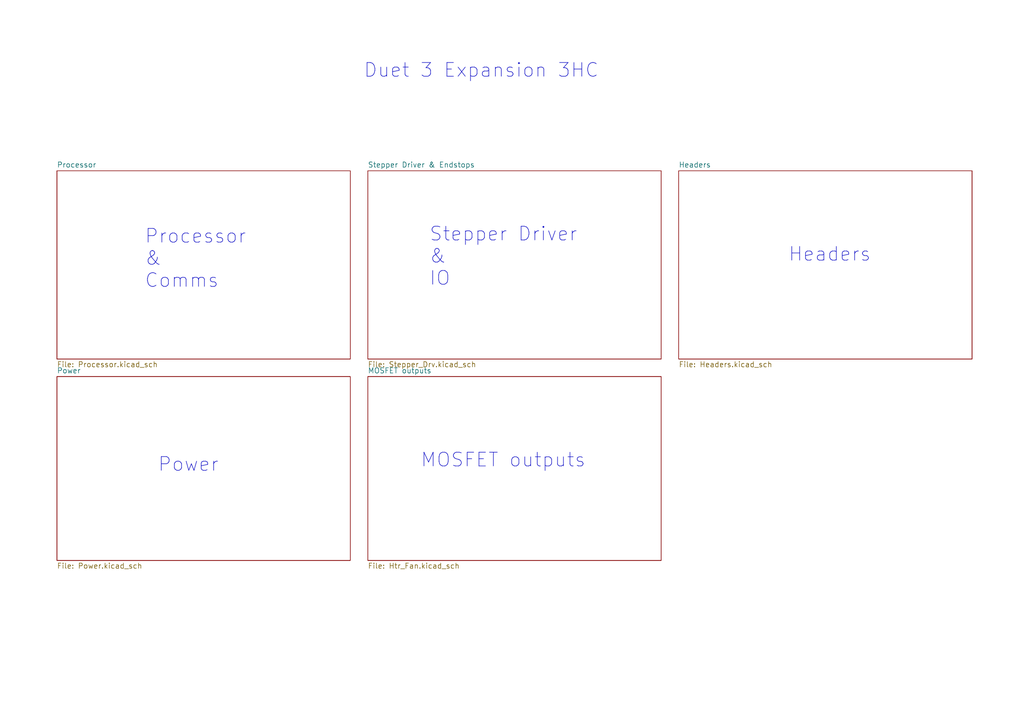
<source format=kicad_sch>
(kicad_sch (version 20211123) (generator eeschema)
  (paper "A4")
  (title_block (title "Duet 3 - Expansion 3HC") (date "2022-05-30") (rev "1.02") (company "Duet3D") (comment 1 "DUET 3 LICENSE") (comment 2 "www.duet3d.com"))
  (lib_symbols)
  (text "Headers" (at 228.6 76.2 0) (effects (font (size 3.9878 3.9878)) (justify left bottom)))
  (text "Duet 3 Expansion 3HC" (at 105.41 22.86 0) (effects (font (size 3.9878 3.9878)) (justify left bottom)))
  (text "Power" (at 45.72 137.16 0) (effects (font (size 3.9878 3.9878)) (justify left bottom)))
  (text "Processor\n&\nComms" (at 41.91 83.82 0) (effects (font (size 3.9878 3.9878)) (justify left bottom)))
  (text "MOSFET outputs" (at 121.92 135.89 0) (effects (font (size 3.9878 3.9878)) (justify left bottom)))
  (text "Stepper Driver\n&\nIO" (at 124.46 83.185 0) (effects (font (size 3.9878 3.9878)) (justify left bottom)))
  (sheet (at 16.51 49.53) (size 85.09 54.61)
    (property "Sheet name" "Processor" (at 16.51 48.6914 0) (effects (font (size 1.524 1.524)) (justify left bottom)))
    (property "Sheet file" "Processor.kicad_sch" (at 16.51 104.8262 0) (effects (font (size 1.524 1.524)) (justify left top)))
  )
  (sheet (at 106.68 49.53) (size 85.09 54.61)
    (property "Sheet name" "Stepper Driver & Endstops" (at 106.68 48.6914 0) (effects (font (size 1.524 1.524)) (justify left bottom)))
    (property "Sheet file" "Stepper_Drv.kicad_sch" (at 106.68 104.8262 0) (effects (font (size 1.524 1.524)) (justify left top)))
  )
  (sheet (at 16.51 109.22) (size 85.09 53.34)
    (property "Sheet name" "Power" (at 16.51 108.3814 0) (effects (font (size 1.524 1.524)) (justify left bottom)))
    (property "Sheet file" "Power.kicad_sch" (at 16.51 163.2462 0) (effects (font (size 1.524 1.524)) (justify left top)))
  )
  (sheet (at 196.85 49.53) (size 85.09 54.61)
    (property "Sheet name" "Headers" (at 196.85 48.6914 0) (effects (font (size 1.524 1.524)) (justify left bottom)))
    (property "Sheet file" "Headers.kicad_sch" (at 196.85 104.8262 0) (effects (font (size 1.524 1.524)) (justify left top)))
  )
  (sheet (at 106.68 109.22) (size 85.09 53.34)
    (property "Sheet name" "MOSFET outputs" (at 106.68 108.3814 0) (effects (font (size 1.524 1.524)) (justify left bottom)))
    (property "Sheet file" "Htr_Fan.kicad_sch" (at 106.68 163.2462 0) (effects (font (size 1.524 1.524)) (justify left top)))
  )
)
</source>
